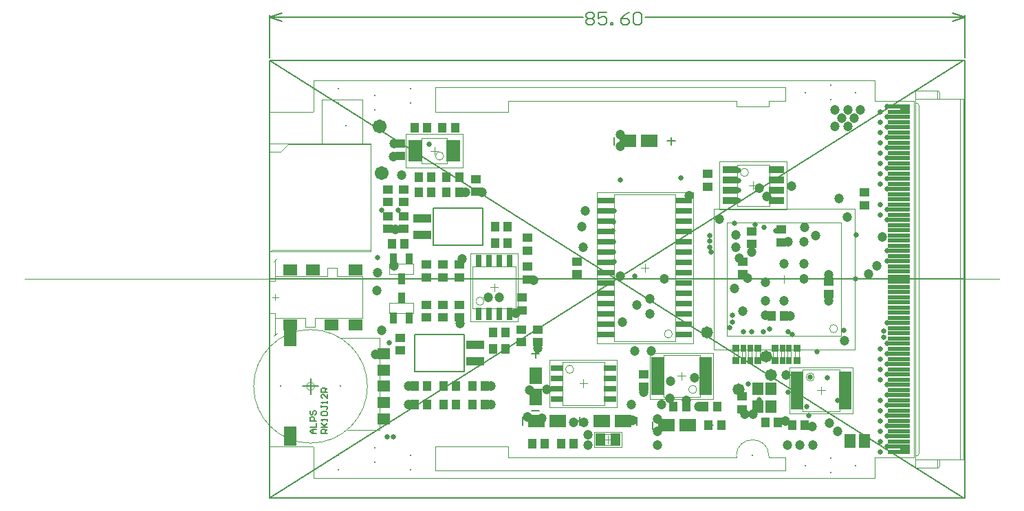
<source format=gts>
G04*
G04 #@! TF.GenerationSoftware,Altium Limited,Altium Designer,18.0.7 (293)*
G04*
G04 Layer_Color=8388736*
%FSLAX25Y25*%
%MOIN*%
G70*
G01*
G75*
%ADD14C,0.00591*%
%ADD15C,0.00591*%
%ADD16C,0.00800*%
%ADD18C,0.00394*%
%ADD19C,0.00197*%
%ADD20C,0.00600*%
%ADD43R,0.04461X0.04658*%
%ADD44R,0.04658X0.04461*%
%ADD45C,0.06706*%
%ADD46R,0.06312X0.05524*%
%ADD47R,0.06312X0.09461*%
%ADD48R,0.08280X0.03162*%
%ADD49R,0.06706X0.02572*%
%ADD50R,0.08674X0.04304*%
%ADD51R,0.02965X0.05918*%
%ADD52R,0.03556X0.05721*%
%ADD53R,0.07887X0.06115*%
%ADD54R,0.03353X0.03550*%
%ADD55R,0.02684X0.03550*%
%ADD56R,0.06312X0.02572*%
%ADD57R,0.05328X0.06312*%
%ADD58R,0.06115X0.07887*%
%ADD59R,0.07296X0.03359*%
%ADD60R,0.04658X0.06076*%
%ADD61R,0.06706X0.05524*%
%ADD62R,0.05918X0.02965*%
%ADD63R,0.05367X0.06587*%
%ADD64R,0.10642X0.02375*%
%ADD65C,0.00800*%
%ADD66R,0.00800X0.00800*%
%ADD67C,0.02572*%
%ADD68C,0.04737*%
%ADD69C,0.05800*%
D14*
X-312823Y94500D02*
X-312811Y94488D01*
X-312823Y-0D02*
X24185D01*
X-312823Y106299D02*
X23398Y-106299D01*
X-312823D02*
X23398Y106299D01*
X-312823D02*
X24185D01*
Y-106299D02*
Y106299D01*
X-312823Y-106299D02*
Y106299D01*
Y-106299D02*
X24185D01*
X-296937Y-52000D02*
X-289063D01*
X-293000Y-55937D02*
Y-48063D01*
D15*
X-218500Y-45000D02*
Y-27000D01*
X-242500Y-27000D02*
X-218500D01*
X-242500Y-45000D02*
Y-27000D01*
X-242500Y-45000D02*
X-218500D01*
X-233500Y34500D02*
X-233500Y34500D01*
X-209500D01*
X-209500Y34500D02*
X-209500Y34500D01*
X-209500Y16500D02*
Y34500D01*
X-233500Y16500D02*
X-209500D01*
X-233500D02*
X-233500Y16500D01*
Y34500D01*
D16*
X-290264Y-74822D02*
X-292263D01*
X-293263Y-73822D01*
X-292263Y-72823D01*
X-290264D01*
X-291763D01*
Y-74822D01*
X-293263Y-71823D02*
X-290264D01*
Y-69824D01*
Y-68824D02*
X-293263D01*
Y-67325D01*
X-292763Y-66825D01*
X-291763D01*
X-291263Y-67325D01*
Y-68824D01*
X-292763Y-63826D02*
X-293263Y-64325D01*
Y-65325D01*
X-292763Y-65825D01*
X-292263D01*
X-291763Y-65325D01*
Y-64325D01*
X-291263Y-63826D01*
X-290764D01*
X-290264Y-64325D01*
Y-65325D01*
X-290764Y-65825D01*
X-284745Y-74822D02*
X-287744D01*
Y-73322D01*
X-287244Y-72823D01*
X-286244D01*
X-285745Y-73322D01*
Y-74822D01*
Y-73822D02*
X-284745Y-72823D01*
X-287744Y-71823D02*
X-284745D01*
X-285745D01*
X-287744Y-69824D01*
X-286244Y-71323D01*
X-284745Y-69824D01*
Y-68824D02*
Y-67824D01*
Y-68324D01*
X-287744D01*
X-287244Y-68824D01*
Y-66325D02*
X-287744Y-65825D01*
Y-64825D01*
X-287244Y-64325D01*
X-285245D01*
X-284745Y-64825D01*
Y-65825D01*
X-285245Y-66325D01*
X-287244D01*
X-287744Y-61326D02*
Y-62326D01*
Y-61826D01*
X-285245D01*
X-284745Y-62326D01*
Y-62826D01*
X-285245Y-63326D01*
X-284745Y-60327D02*
Y-59327D01*
Y-59827D01*
X-287744D01*
X-287244Y-60327D01*
X-284745Y-55828D02*
Y-57828D01*
X-286744Y-55828D01*
X-287244D01*
X-287744Y-56328D01*
Y-57328D01*
X-287244Y-57828D01*
X-284745Y-54829D02*
X-287744D01*
Y-53329D01*
X-287244Y-52829D01*
X-286244D01*
X-285745Y-53329D01*
Y-54829D01*
Y-53829D02*
X-284745Y-52829D01*
X-118252Y65031D02*
Y68968D01*
X-120220Y67000D02*
X-116284D01*
X-145811Y65031D02*
Y68968D01*
X-99752Y-72969D02*
Y-69032D01*
X-101720Y-71000D02*
X-97783D01*
X-127311Y-72969D02*
Y-69032D01*
X-185968Y-36252D02*
X-182032D01*
X-184000Y-38221D02*
Y-34284D01*
X-185968Y-63811D02*
X-182032D01*
X-162548Y-70868D02*
Y-66931D01*
X-164516Y-68900D02*
X-160580D01*
X-134989Y-70868D02*
Y-66931D01*
X-162552Y-70868D02*
Y-66931D01*
X-164521Y-68900D02*
X-160583D01*
X-190111Y-70868D02*
Y-66931D01*
D18*
X-70866Y-85827D02*
G03*
X-86614Y-85827I-7874J0D01*
G01*
X-307677Y61823D02*
X-304000Y65500D01*
X-313000Y61823D02*
X-307677D01*
X-313000D02*
Y81201D01*
X-304000Y65500D02*
X-264000D01*
Y14000D02*
Y65500D01*
X-312000Y14000D02*
X-264000D01*
X-313000Y13000D02*
X-312000Y14000D01*
X-313000Y-862D02*
Y13000D01*
X-291701Y-81201D02*
X-291500Y-81402D01*
Y-96457D02*
Y-81402D01*
X-310098Y-18972D02*
Y-16610D01*
X-313000D02*
X-310098D01*
Y-18972D02*
X-295532D01*
X-313000Y-862D02*
X-310098D01*
Y1500D01*
X-291701Y81201D02*
X-291500Y81402D01*
X-313000Y-40600D02*
Y-16610D01*
X-295532Y-23106D02*
Y-18972D01*
Y-23106D02*
X-290807D01*
Y-18972D01*
X-267972D01*
Y1500D01*
X-280177D02*
X-267972D01*
X-280177D02*
Y5634D01*
X-284902D02*
X-280177D01*
X-284902Y1500D02*
Y5634D01*
X-310098Y1500D02*
X-284902D01*
X-313000Y-81201D02*
Y-40600D01*
X-232445Y96457D02*
X-59543D01*
X-232445Y93000D02*
X-63000D01*
X-232445Y81201D02*
Y93000D01*
X-291500Y96457D02*
X-232445D01*
X-63000Y86614D02*
Y93000D01*
X-59543Y96457D02*
X-19685D01*
X-63000Y-93000D02*
Y-86614D01*
X-291500Y-96457D02*
X-19685D01*
X-232445Y-93000D02*
Y-81201D01*
Y-93000D02*
X-63000D01*
X-19685Y86614D02*
X-500D01*
X-19685Y-86614D02*
X-500D01*
X-218500Y-45000D02*
Y-27000D01*
X-242500D02*
X-218500D01*
X-242500Y-45000D02*
Y-27000D01*
Y-45000D02*
X-218500D01*
X-233500Y34500D02*
X-233500Y34500D01*
X-209500D01*
Y16500D02*
Y34500D01*
X-209500Y16500D02*
X-209500Y16500D01*
X-233500Y16500D02*
X-209500D01*
X-233500D02*
Y34500D01*
X-63000Y86614D02*
X-63000Y86614D01*
X-70866Y86614D02*
X-63000D01*
X-19685Y86614D02*
Y96457D01*
X-70866Y-86614D02*
X-63000D01*
X-19685Y-96457D02*
Y-86614D01*
X-232445Y81201D02*
X-197244D01*
X-313000D02*
X-291701D01*
X-291500Y81402D02*
Y96457D01*
X-232445Y-81201D02*
X-197244D01*
X-313000D02*
X-291701D01*
X-197244Y81201D02*
Y86614D01*
Y-86614D02*
X-86614D01*
X-70866D02*
Y-85827D01*
X-86614Y-86614D02*
Y-85827D01*
X-197244Y-86614D02*
Y-81201D01*
X-500Y86614D02*
X-500Y-86614D01*
X-197244Y86614D02*
X-86614D01*
X-70866Y83858D02*
Y86614D01*
X-86614Y83858D02*
Y86614D01*
Y83858D02*
X-70866D01*
X-265441Y-52000D02*
G03*
X-265441Y-52000I-27559J0D01*
G01*
X-291032D02*
G03*
X-291032Y-52000I-1969J0D01*
G01*
X-117614Y-26587D02*
G03*
X-117614Y-26587I-1969J0D01*
G01*
X-228472Y59741D02*
G03*
X-228472Y59741I-1969J0D01*
G01*
X-208921Y-10693D02*
G03*
X-208921Y-10693I-1969J0D01*
G01*
X-48847Y-47504D02*
G03*
X-48847Y-47504I-1969J0D01*
G01*
X-105816Y-53496D02*
G03*
X-105816Y-53496I-1969J0D01*
G01*
X-80762Y51799D02*
G03*
X-80762Y51799I-1969J0D01*
G01*
X-165424Y-43710D02*
G03*
X-165424Y-43710I-1969J0D01*
G01*
X-37516Y-24016D02*
G03*
X-37516Y-24016I-1969J0D01*
G01*
X-431500Y0D02*
X40945Y-0D01*
X-313213Y13500D02*
Y65665D01*
X-264000D01*
Y13500D02*
Y65665D01*
X-313213Y13500D02*
X-264000D01*
X-267936Y65664D02*
Y87318D01*
X-287622D02*
X-267936D01*
X-287622Y65787D02*
Y87318D01*
Y65787D02*
X-287500Y65665D01*
X-259535Y-73063D02*
Y-28378D01*
X-275284Y-73063D02*
X-259535D01*
X-278827Y-28378D02*
X-259535D01*
X-145961Y41130D02*
X-116039D01*
X-145961Y-30130D02*
X-116039D01*
X-145961D02*
Y41130D01*
X-116039Y-30130D02*
Y41130D01*
X-226898Y56197D02*
Y68402D01*
X-239102Y56197D02*
Y68402D01*
Y56197D02*
X-226898D01*
X-239102Y68402D02*
X-226898D01*
X-193567Y-14236D02*
Y6236D01*
X-214433Y-14236D02*
Y6236D01*
X-193567D01*
X-214433Y-14236D02*
X-193567D01*
X-254748Y7480D02*
X-243252D01*
X-254748Y2362D02*
X-243252D01*
Y7480D01*
X-254748Y2362D02*
Y7480D01*
X-243252D01*
X-254748Y2362D02*
X-243252D01*
Y7480D01*
X-254748Y2362D02*
Y7480D01*
Y2362D02*
Y7480D01*
X-243252Y2362D02*
Y7480D01*
X-254748Y2362D02*
X-243252D01*
X-254748Y7480D02*
X-243252D01*
X-254748Y-16559D02*
X-243252D01*
X-254748Y-11441D02*
X-243252D01*
X-254748Y-16559D02*
Y-11441D01*
X-243252Y-16559D02*
Y-11441D01*
X-254748Y-16559D02*
X-243252D01*
X-254748Y-11441D02*
X-243252D01*
X-254748Y-16559D02*
Y-11441D01*
X-243252Y-16559D02*
Y-11441D01*
Y-16559D02*
Y-11441D01*
X-254748Y-16559D02*
Y-11441D01*
X-243252D01*
X-254748Y-16559D02*
X-243252D01*
X-54358Y-64039D02*
Y-43961D01*
X-36642Y-64039D02*
Y-43961D01*
X-54358D02*
X-36642D01*
X-54358Y-64039D02*
X-36642D01*
X-104242Y-57039D02*
Y-36961D01*
X-121958Y-57039D02*
Y-36961D01*
Y-57039D02*
X-104242D01*
X-121958Y-36961D02*
X-104242D01*
X-86274Y35658D02*
X-70526D01*
X-86274Y55343D02*
X-70526D01*
Y35658D02*
Y55343D01*
X-86274Y35658D02*
Y55343D01*
X-153034Y-80359D02*
X-144766D01*
X-153034Y-75241D02*
X-144766D01*
Y-80359D02*
Y-75241D01*
X-153034Y-80359D02*
Y-75241D01*
X-310886Y-27634D02*
X-309311Y-26059D01*
X-310886Y8587D02*
X-309311Y10161D01*
X-310098Y1500D02*
Y9374D01*
Y-26847D02*
Y-18972D01*
X-290807D02*
X-267972D01*
X-290807Y-23106D02*
Y-18972D01*
X-295532Y-23106D02*
X-290807D01*
X-295532D02*
Y-18972D01*
X-310098D02*
X-295532D01*
X-310098Y1500D02*
X-284902D01*
Y5634D01*
X-280177D01*
Y1500D02*
Y5634D01*
Y1500D02*
X-267972D01*
Y-18972D02*
Y1500D01*
X-170936Y-61033D02*
X-150464D01*
X-170936Y-40167D02*
X-150464D01*
Y-61033D02*
Y-40167D01*
X-170936Y-61033D02*
Y-40167D01*
X-91059Y-27559D02*
X-35941D01*
X-91059Y27559D02*
X-35941D01*
Y-27559D02*
Y27559D01*
X-91059Y-27559D02*
Y27559D01*
X0Y-85630D02*
X984D01*
X1969Y-84646D01*
Y0D01*
Y84646D01*
X984Y85630D02*
X1969Y84646D01*
X0Y85630D02*
X984D01*
X0Y-91339D02*
X10827D01*
X11024D01*
X11811Y-90551D01*
Y-87402D01*
Y87402D02*
X11811Y87402D01*
X11811Y87402D02*
Y90551D01*
X11024Y91339D02*
X11811Y90551D01*
X10827Y91339D02*
X11024D01*
X0D02*
X10827D01*
X23622Y-87402D02*
Y87402D01*
X0Y-87402D02*
X23622D01*
X0Y87402D02*
X23622D01*
X0Y-91339D02*
Y91339D01*
X21850Y-87402D02*
Y87402D01*
X10827Y-91240D02*
Y-87598D01*
Y-91240D02*
X10925Y-91339D01*
X10827Y87402D02*
Y91339D01*
X-14764Y0D02*
X25591D01*
X-131000Y3531D02*
Y7468D01*
X-132968Y5500D02*
X-129032D01*
X-234968Y62300D02*
X-231031D01*
X-233000Y60331D02*
Y64268D01*
X-205968Y-4000D02*
X-202031D01*
X-204000Y-5968D02*
Y-2032D01*
X-47469Y-54000D02*
X-43532D01*
X-45500Y-55968D02*
Y-52031D01*
X-115068Y-47000D02*
X-111132D01*
X-113100Y-48968D02*
Y-45031D01*
X-78400Y43532D02*
Y47469D01*
X-80369Y45500D02*
X-76432D01*
X-148900Y-79769D02*
Y-75832D01*
X-150868Y-77800D02*
X-146932D01*
X-310098Y-10311D02*
Y-7161D01*
X-311673Y-8736D02*
X-308524D01*
X-160700Y-52569D02*
Y-48632D01*
X-162669Y-50600D02*
X-158731D01*
X-63500Y-1969D02*
Y1969D01*
X-65469Y0D02*
X-61532D01*
D19*
X-68899Y-33350D02*
X-66931Y-33350D01*
X-64962Y-33350D02*
X-63387D01*
X-61813D02*
X-60238D01*
X-58269D02*
X-56300Y-33350D01*
X-58269Y-39650D02*
X-56300Y-39649D01*
X-61813Y-39650D02*
X-60238D01*
X-64962Y-39650D02*
X-63387D01*
X-68899Y-39649D02*
X-66931Y-39650D01*
Y-33350D01*
X-64962Y-39650D02*
Y-33350D01*
X-63387Y-39650D02*
Y-33350D01*
X-61813Y-39650D02*
X-61813Y-33350D01*
X-60238D02*
X-60238Y-39650D01*
X-58269Y-39650D02*
Y-33350D01*
X-68899Y-39649D02*
Y-33350D01*
X-56300Y-39649D02*
Y-33350D01*
X-87799D02*
X-85831Y-33350D01*
X-83862Y-33350D02*
X-82287D01*
X-80713Y-33350D02*
X-79138D01*
X-77169Y-33350D02*
X-75200Y-33350D01*
X-77169Y-39650D02*
X-75200Y-39649D01*
X-80713Y-39650D02*
X-79138D01*
X-83862D02*
X-82287Y-39650D01*
X-87799Y-39649D02*
X-85831Y-39650D01*
Y-33350D01*
X-83862Y-33350D02*
X-83862Y-39650D01*
X-82287Y-39650D02*
Y-33350D01*
X-80713Y-39650D02*
Y-33350D01*
X-79138Y-39650D02*
Y-33350D01*
X-77169Y-39650D02*
Y-33350D01*
X-87799Y-39649D02*
Y-33350D01*
X-75200Y-39649D02*
Y-33350D01*
X-154327Y42114D02*
X-107673D01*
X-154327Y-31114D02*
X-107673D01*
X-154327D02*
Y42114D01*
X-107673Y-31114D02*
Y42114D01*
X-219024Y54229D02*
Y70370D01*
X-246976Y54229D02*
Y70370D01*
Y54229D02*
X-219024D01*
X-246976Y70370D02*
X-219024D01*
X-192583Y-20339D02*
Y12339D01*
X-215417Y-20339D02*
Y12339D01*
X-192583D01*
X-215417Y-20339D02*
X-192583D01*
X-60854Y-65024D02*
Y-42976D01*
X-30146Y-65024D02*
Y-42976D01*
X-60854D02*
X-30146D01*
X-60854Y-65024D02*
X-30146D01*
X-97746Y-58024D02*
Y-35976D01*
X-128454Y-58024D02*
Y-35976D01*
Y-58024D02*
X-97746D01*
X-128454Y-35976D02*
X-97746D01*
X-94739Y33689D02*
X-62061D01*
X-94739Y57311D02*
X-62061D01*
Y33689D02*
Y57311D01*
X-94739Y33689D02*
Y57311D01*
X-155593Y-81540D02*
X-142207D01*
X-155593Y-74060D02*
X-142207D01*
Y-81540D02*
Y-74060D01*
X-155593Y-81540D02*
Y-74060D01*
X-177039Y-62017D02*
X-144361D01*
X-177039Y-39183D02*
X-144361D01*
Y-62017D02*
Y-39183D01*
X-177039Y-62017D02*
Y-39183D01*
X-97654Y-34154D02*
X-29346D01*
X-97654Y34154D02*
X-29346D01*
Y-34154D02*
Y34154D01*
X-97654Y-34154D02*
Y34154D01*
D20*
X18185Y125000D02*
X24185Y127000D01*
X18185Y129000D02*
X24185Y127000D01*
X-312823D02*
X-306823Y129000D01*
X-312823Y127000D02*
X-306823Y125000D01*
X-130823Y127000D02*
X24185D01*
X-312823D02*
X-161014D01*
X24185Y107595D02*
Y128000D01*
X-312823Y107595D02*
Y128000D01*
X-159415Y128399D02*
X-158415Y129399D01*
X-156415D01*
X-155416Y128399D01*
Y127400D01*
X-156415Y126400D01*
X-155416Y125400D01*
Y124401D01*
X-156415Y123401D01*
X-158415D01*
X-159415Y124401D01*
Y125400D01*
X-158415Y126400D01*
X-159415Y127400D01*
Y128399D01*
X-158415Y126400D02*
X-156415D01*
X-149418Y129399D02*
X-153417D01*
Y126400D01*
X-151417Y127400D01*
X-150417D01*
X-149418Y126400D01*
Y124401D01*
X-150417Y123401D01*
X-152417D01*
X-153417Y124401D01*
X-147418Y123401D02*
Y124401D01*
X-146419D01*
Y123401D01*
X-147418D01*
X-138421Y129399D02*
X-140421Y128399D01*
X-142420Y126400D01*
Y124401D01*
X-141420Y123401D01*
X-139421D01*
X-138421Y124401D01*
Y125400D01*
X-139421Y126400D01*
X-142420D01*
X-136422Y128399D02*
X-135422Y129399D01*
X-133423D01*
X-132423Y128399D01*
Y124401D01*
X-133423Y123401D01*
X-135422D01*
X-136422Y124401D01*
Y128399D01*
D43*
X-227031Y42000D02*
D03*
X-220969D02*
D03*
X-220969Y49500D02*
D03*
X-227031D02*
D03*
X-242531Y73575D02*
D03*
X-236468D02*
D03*
X-229031D02*
D03*
X-222968D02*
D03*
X-240531Y49500D02*
D03*
X-234469D02*
D03*
X-234469Y42000D02*
D03*
X-240531D02*
D03*
X-247468Y17000D02*
D03*
X-253532D02*
D03*
X-197468Y17500D02*
D03*
X-203532D02*
D03*
X-203532Y25500D02*
D03*
X-197468D02*
D03*
X-198468Y-26000D02*
D03*
X-204532D02*
D03*
X-204532Y-34000D02*
D03*
X-198468D02*
D03*
X-208469Y-52000D02*
D03*
X-214531D02*
D03*
X-228532D02*
D03*
X-222468D02*
D03*
X-236469D02*
D03*
X-242531D02*
D03*
X-208469Y-61000D02*
D03*
X-214531D02*
D03*
X-222468D02*
D03*
X-228532D02*
D03*
X-236469D02*
D03*
X-242531D02*
D03*
X-63569Y-17800D02*
D03*
X-69631D02*
D03*
X-53469Y-71000D02*
D03*
X-59531D02*
D03*
X-72484Y-69500D02*
D03*
X-66421D02*
D03*
X-95969Y-62000D02*
D03*
X-102032D02*
D03*
X-117032D02*
D03*
X-110968D02*
D03*
X-93968Y-71000D02*
D03*
X-100031D02*
D03*
X-171531Y-80000D02*
D03*
X-165469D02*
D03*
X-179469D02*
D03*
X-185531D02*
D03*
D44*
X-248000Y43532D02*
D03*
Y37468D02*
D03*
Y30531D02*
D03*
Y24468D02*
D03*
X-249500Y65831D02*
D03*
Y59768D02*
D03*
X-213000Y48531D02*
D03*
Y42469D02*
D03*
X-255500Y43532D02*
D03*
Y37468D02*
D03*
Y30531D02*
D03*
Y24468D02*
D03*
X-188000Y6032D02*
D03*
Y-32D02*
D03*
Y20031D02*
D03*
Y13969D02*
D03*
X-221000Y969D02*
D03*
Y7032D02*
D03*
X-229000Y969D02*
D03*
Y7032D02*
D03*
X-237000Y969D02*
D03*
Y7032D02*
D03*
X-221000Y-12468D02*
D03*
Y-18531D02*
D03*
X-229000Y-12468D02*
D03*
Y-18531D02*
D03*
X-237000Y-12468D02*
D03*
Y-18531D02*
D03*
X-190500Y-15032D02*
D03*
Y-8969D02*
D03*
X-183000Y-30531D02*
D03*
Y-24468D02*
D03*
X-191000Y-30563D02*
D03*
Y-24500D02*
D03*
X-249500Y-34532D02*
D03*
Y-28468D02*
D03*
X-164000Y8531D02*
D03*
Y2468D02*
D03*
X-100500Y44969D02*
D03*
Y51032D02*
D03*
X-24500Y35969D02*
D03*
Y42031D02*
D03*
X-65000Y17968D02*
D03*
Y24032D02*
D03*
X-79200Y23132D02*
D03*
Y17068D02*
D03*
X-83600Y2468D02*
D03*
Y8531D02*
D03*
X-41900Y-7332D02*
D03*
Y-1268D02*
D03*
X-131600Y-52232D02*
D03*
Y-46169D02*
D03*
X-84000Y-63032D02*
D03*
X-84000Y-56968D02*
D03*
D45*
X-259500Y74000D02*
D03*
X-258500Y51500D02*
D03*
D46*
X-257567Y-36252D02*
D03*
Y-44126D02*
D03*
Y-52000D02*
D03*
Y-59874D02*
D03*
Y-67748D02*
D03*
D47*
X-302842Y-76016D02*
D03*
Y-27984D02*
D03*
D48*
X-149701Y38000D02*
D03*
Y33000D02*
D03*
Y28000D02*
D03*
Y23000D02*
D03*
Y18000D02*
D03*
Y13000D02*
D03*
Y8000D02*
D03*
Y3000D02*
D03*
Y-2000D02*
D03*
Y-7000D02*
D03*
Y-12000D02*
D03*
Y-17000D02*
D03*
Y-22000D02*
D03*
Y-27000D02*
D03*
X-112299Y38000D02*
D03*
Y33000D02*
D03*
Y28000D02*
D03*
Y23000D02*
D03*
Y18000D02*
D03*
Y13000D02*
D03*
Y8000D02*
D03*
Y3000D02*
D03*
Y-2000D02*
D03*
Y-7000D02*
D03*
Y-12000D02*
D03*
Y-17000D02*
D03*
Y-22000D02*
D03*
Y-27000D02*
D03*
D49*
X-223945Y58461D02*
D03*
Y61020D02*
D03*
Y63579D02*
D03*
Y66138D02*
D03*
X-242055Y58461D02*
D03*
Y61020D02*
D03*
Y63579D02*
D03*
Y66138D02*
D03*
D50*
X-238787Y29500D02*
D03*
Y21500D02*
D03*
X-213213Y-40000D02*
D03*
Y-32000D02*
D03*
D51*
X-196500Y8795D02*
D03*
X-201500D02*
D03*
X-206500D02*
D03*
X-211500D02*
D03*
X-196500Y-16795D02*
D03*
X-201500D02*
D03*
X-206500D02*
D03*
X-211500D02*
D03*
D52*
X-245260Y9843D02*
D03*
X-252740D02*
D03*
X-249000Y0D02*
D03*
X-252740Y-18921D02*
D03*
X-245260D02*
D03*
X-249000Y-9079D02*
D03*
D53*
X-128842Y67000D02*
D03*
X-139157D02*
D03*
X-110343Y-71000D02*
D03*
X-120658D02*
D03*
X-151957Y-68900D02*
D03*
X-141642D02*
D03*
X-173143D02*
D03*
X-183458D02*
D03*
D54*
X-57285Y-33468D02*
D03*
Y-39531D02*
D03*
X-67915Y-33468D02*
D03*
Y-39531D02*
D03*
X-76185Y-33468D02*
D03*
X-76185Y-39531D02*
D03*
X-86815Y-33468D02*
D03*
Y-39531D02*
D03*
D55*
X-61025Y-33468D02*
D03*
X-61025Y-39531D02*
D03*
X-64175Y-33468D02*
D03*
Y-39531D02*
D03*
X-79925Y-33468D02*
D03*
Y-39531D02*
D03*
X-83075Y-33468D02*
D03*
X-83075Y-39531D02*
D03*
D56*
X-57114Y-46323D02*
D03*
Y-48882D02*
D03*
Y-51441D02*
D03*
Y-54000D02*
D03*
Y-56559D02*
D03*
Y-59118D02*
D03*
Y-61677D02*
D03*
X-33886Y-46323D02*
D03*
Y-48882D02*
D03*
Y-51441D02*
D03*
Y-54000D02*
D03*
Y-56559D02*
D03*
Y-59118D02*
D03*
Y-61677D02*
D03*
X-101486Y-54677D02*
D03*
Y-52118D02*
D03*
Y-49559D02*
D03*
Y-47000D02*
D03*
Y-44441D02*
D03*
Y-41882D02*
D03*
Y-39323D02*
D03*
X-124714Y-54677D02*
D03*
Y-52118D02*
D03*
Y-49559D02*
D03*
Y-47000D02*
D03*
Y-44441D02*
D03*
Y-41882D02*
D03*
Y-39323D02*
D03*
D57*
X-76150Y-53269D02*
D03*
X-69850Y-61931D02*
D03*
X-76150D02*
D03*
X-69850Y-53269D02*
D03*
D58*
X-184000Y-46843D02*
D03*
Y-57157D02*
D03*
D59*
X-67278Y38000D02*
D03*
Y43000D02*
D03*
Y48000D02*
D03*
Y53000D02*
D03*
X-89522Y38000D02*
D03*
Y43000D02*
D03*
Y48000D02*
D03*
Y53000D02*
D03*
D60*
X-145199Y-77800D02*
D03*
X-152601D02*
D03*
D61*
X-271122Y4650D02*
D03*
X-291988D02*
D03*
X-302815D02*
D03*
Y-22122D02*
D03*
X-282933D02*
D03*
X-271122D02*
D03*
D62*
X-147905Y-58100D02*
D03*
Y-53100D02*
D03*
Y-48100D02*
D03*
Y-43100D02*
D03*
X-173495Y-58100D02*
D03*
Y-53100D02*
D03*
Y-48100D02*
D03*
Y-43100D02*
D03*
D63*
X-24496Y-78500D02*
D03*
X-31504D02*
D03*
D64*
X-7874Y-83740D02*
D03*
Y83740D02*
D03*
Y81240D02*
D03*
Y78740D02*
D03*
Y76240D02*
D03*
Y73740D02*
D03*
Y71240D02*
D03*
Y68740D02*
D03*
Y66240D02*
D03*
Y63740D02*
D03*
Y61240D02*
D03*
Y58740D02*
D03*
Y56240D02*
D03*
Y53740D02*
D03*
Y51240D02*
D03*
Y48740D02*
D03*
Y46240D02*
D03*
Y43740D02*
D03*
Y41240D02*
D03*
Y38740D02*
D03*
Y36240D02*
D03*
Y33740D02*
D03*
Y31240D02*
D03*
Y28740D02*
D03*
Y26240D02*
D03*
Y23740D02*
D03*
Y21240D02*
D03*
Y18740D02*
D03*
Y16240D02*
D03*
Y13740D02*
D03*
Y11240D02*
D03*
Y8740D02*
D03*
Y6240D02*
D03*
Y-81260D02*
D03*
Y3740D02*
D03*
Y1240D02*
D03*
Y-1260D02*
D03*
Y-3760D02*
D03*
Y-6260D02*
D03*
Y-8760D02*
D03*
Y-11260D02*
D03*
Y-13760D02*
D03*
Y-16260D02*
D03*
Y-18760D02*
D03*
Y-21260D02*
D03*
Y-23760D02*
D03*
Y-26260D02*
D03*
Y-28760D02*
D03*
Y-31260D02*
D03*
Y-33760D02*
D03*
Y-36260D02*
D03*
Y-38760D02*
D03*
Y-41260D02*
D03*
Y-43760D02*
D03*
Y-46260D02*
D03*
Y-48760D02*
D03*
Y-51260D02*
D03*
Y-53760D02*
D03*
Y-56260D02*
D03*
Y-58760D02*
D03*
Y-61260D02*
D03*
Y-63760D02*
D03*
Y-66260D02*
D03*
Y-68760D02*
D03*
Y-71260D02*
D03*
Y-76260D02*
D03*
Y-73760D02*
D03*
Y-78760D02*
D03*
D65*
X-276000Y74500D02*
D03*
X-278433Y-52000D02*
D03*
X-307567D02*
D03*
X-78740Y-85433D02*
D03*
D66*
X-279500Y-85500D02*
D03*
Y-92500D02*
D03*
X-244500Y-85500D02*
D03*
Y-92500D02*
D03*
X-279500Y85500D02*
D03*
Y92500D02*
D03*
X-53260Y90500D02*
D03*
X-29000D02*
D03*
X-41000Y87000D02*
D03*
Y94000D02*
D03*
Y-94000D02*
D03*
Y-87000D02*
D03*
X-29000Y-90500D02*
D03*
X-53260D02*
D03*
X-262000Y-82000D02*
D03*
Y-89000D02*
D03*
X-244500Y92500D02*
D03*
X-262000Y89000D02*
D03*
Y82000D02*
D03*
X-244500Y85500D02*
D03*
D67*
X-28400Y21654D02*
D03*
X-235500Y65500D02*
D03*
X-250500Y33500D02*
D03*
X-258500D02*
D03*
X-113500Y49000D02*
D03*
X-255000Y-31000D02*
D03*
X-253000Y-76500D02*
D03*
X-256000D02*
D03*
X-34500Y-25000D02*
D03*
X-143000Y48000D02*
D03*
X-136000Y1500D02*
D03*
X-146000Y8500D02*
D03*
X-146100Y13200D02*
D03*
Y18300D02*
D03*
X-146400Y23500D02*
D03*
X-146200Y27900D02*
D03*
X-146000Y33000D02*
D03*
X-75500Y-58500D02*
D03*
X-15100Y-25300D02*
D03*
X-13500Y-31260D02*
D03*
X-17000Y-33760D02*
D03*
X-15100Y-28100D02*
D03*
X-17000Y61240D02*
D03*
X-79263Y-25400D02*
D03*
X-17000Y81240D02*
D03*
X-13500Y83740D02*
D03*
Y-81260D02*
D03*
X-17000Y-83740D02*
D03*
Y71240D02*
D03*
X-13500Y78740D02*
D03*
Y73740D02*
D03*
Y68740D02*
D03*
X-17000Y56240D02*
D03*
X-77500Y26500D02*
D03*
X-99000Y13000D02*
D03*
X-99500Y15500D02*
D03*
Y18500D02*
D03*
Y21000D02*
D03*
X-88500Y-21000D02*
D03*
X-88400Y-17600D02*
D03*
X-83200Y-25400D02*
D03*
X-90000Y-23500D02*
D03*
X-61500Y-55000D02*
D03*
X-80900Y-50800D02*
D03*
X-37500Y-59000D02*
D03*
X-42500Y-48000D02*
D03*
X-51400Y-66300D02*
D03*
X-52500Y-62000D02*
D03*
X-67500Y23500D02*
D03*
X-50800Y-47500D02*
D03*
X-260500Y10500D02*
D03*
X-87500Y27000D02*
D03*
X-73300Y25100D02*
D03*
X-47400Y-35200D02*
D03*
X-59589Y-26796D02*
D03*
X-61546Y-25400D02*
D03*
X-70500Y-24300D02*
D03*
X-73357Y-25400D02*
D03*
X-85600Y38000D02*
D03*
Y52800D02*
D03*
Y43100D02*
D03*
Y47900D02*
D03*
X-29000Y0D02*
D03*
X-17000Y-78760D02*
D03*
X-13500Y-76260D02*
D03*
X-17000Y-73760D02*
D03*
X-13500Y-71260D02*
D03*
X-17000Y-68760D02*
D03*
X-13500Y-66260D02*
D03*
X-17000Y-63760D02*
D03*
X-13500Y-61260D02*
D03*
X-17000Y-58760D02*
D03*
X-13500Y-56260D02*
D03*
Y-51260D02*
D03*
X-17000Y-48760D02*
D03*
X-13500Y-46260D02*
D03*
X-17000Y-43760D02*
D03*
X-13500Y-41260D02*
D03*
X-17000Y-38760D02*
D03*
X-13500Y-36260D02*
D03*
Y-21260D02*
D03*
Y8740D02*
D03*
Y13740D02*
D03*
Y28740D02*
D03*
X-17000Y31240D02*
D03*
X-13500Y33740D02*
D03*
X-17000Y36240D02*
D03*
X-13500Y43740D02*
D03*
X-17000Y46240D02*
D03*
X-13500Y48740D02*
D03*
X-17000Y51240D02*
D03*
X-13500Y53740D02*
D03*
Y58740D02*
D03*
Y63740D02*
D03*
X-17000Y66240D02*
D03*
Y76240D02*
D03*
D68*
X-181000Y-67500D02*
D03*
X-249000Y50500D02*
D03*
X-209890Y42000D02*
D03*
X-218000D02*
D03*
X-252000Y24000D02*
D03*
X-252720Y59599D02*
D03*
X-252610Y65821D02*
D03*
X-261000Y-5500D02*
D03*
X-143000Y70000D02*
D03*
Y64500D02*
D03*
X-184890Y-500D02*
D03*
X-207000Y-9000D02*
D03*
X-201500D02*
D03*
X-193610Y-16468D02*
D03*
X-183000Y-33543D02*
D03*
X-261500Y-36500D02*
D03*
X-260500Y3000D02*
D03*
X-161500Y25500D02*
D03*
X-161000Y15500D02*
D03*
X-5000Y-82500D02*
D03*
Y82500D02*
D03*
X-178500Y-53500D02*
D03*
X-125000Y-80500D02*
D03*
Y-74000D02*
D03*
Y-68000D02*
D03*
X-121500Y0D02*
D03*
X-128500Y-9500D02*
D03*
Y-17000D02*
D03*
X-135000Y-12500D02*
D03*
X-142000Y-21000D02*
D03*
X-143000Y1500D02*
D03*
X-160000Y33000D02*
D03*
X-34100Y-29700D02*
D03*
X-48100Y21200D02*
D03*
X-53700Y18100D02*
D03*
X-62500Y-46600D02*
D03*
X-86700Y15400D02*
D03*
Y21500D02*
D03*
X-79200Y13000D02*
D03*
X-81200Y600D02*
D03*
X-219500Y9900D02*
D03*
X-220400Y-21400D02*
D03*
X-37000Y39000D02*
D03*
X-32500Y74000D02*
D03*
X-39000D02*
D03*
X-35500Y78000D02*
D03*
X-29500D02*
D03*
X-39000Y82000D02*
D03*
X-32500D02*
D03*
X-26500D02*
D03*
X-16000Y20500D02*
D03*
X-22500Y2500D02*
D03*
X-18500Y6500D02*
D03*
X-53500Y25000D02*
D03*
X-75500Y44000D02*
D03*
X-72000Y40000D02*
D03*
X-54000Y0D02*
D03*
Y7500D02*
D03*
X-37500Y-74000D02*
D03*
X-95000Y29000D02*
D03*
X-60000Y45000D02*
D03*
X-123000Y-61000D02*
D03*
X-119000Y-58000D02*
D03*
X-78500Y-65500D02*
D03*
X-82500D02*
D03*
X-62000Y-80500D02*
D03*
X-56000D02*
D03*
X-49500D02*
D03*
X-109500Y40500D02*
D03*
X-83500Y-15500D02*
D03*
X-87500Y-4500D02*
D03*
X-107000Y-48000D02*
D03*
X-111000Y-59000D02*
D03*
X-128000Y-35000D02*
D03*
X-63000Y-69000D02*
D03*
X-136000Y-35000D02*
D03*
X-137500Y-61000D02*
D03*
X-188000Y-67000D02*
D03*
X-50000Y-71500D02*
D03*
X-105000Y-62000D02*
D03*
X-41500Y-70000D02*
D03*
X-33000Y30000D02*
D03*
X-61500Y18000D02*
D03*
X-42000Y2000D02*
D03*
Y-10500D02*
D03*
X-60500Y-18000D02*
D03*
X-72500Y-17500D02*
D03*
X-131500Y-55000D02*
D03*
X-137000Y-68500D02*
D03*
X-158500Y-80500D02*
D03*
Y-75500D02*
D03*
X-160500Y-69500D02*
D03*
X-165500D02*
D03*
X-118500Y-49500D02*
D03*
X-252500Y6500D02*
D03*
X-258500Y-25000D02*
D03*
X-205500Y-61000D02*
D03*
Y-52000D02*
D03*
X-245500D02*
D03*
Y-61000D02*
D03*
X-187000Y-54000D02*
D03*
X-85100Y10000D02*
D03*
X-72400Y-10400D02*
D03*
X-63400Y7541D02*
D03*
X-63559Y-10500D02*
D03*
X-72500Y-1400D02*
D03*
D69*
X-101000Y-26000D02*
D03*
X-70000Y-46500D02*
D03*
X-85500Y-53500D02*
D03*
X-72300Y-37400D02*
D03*
M02*

</source>
